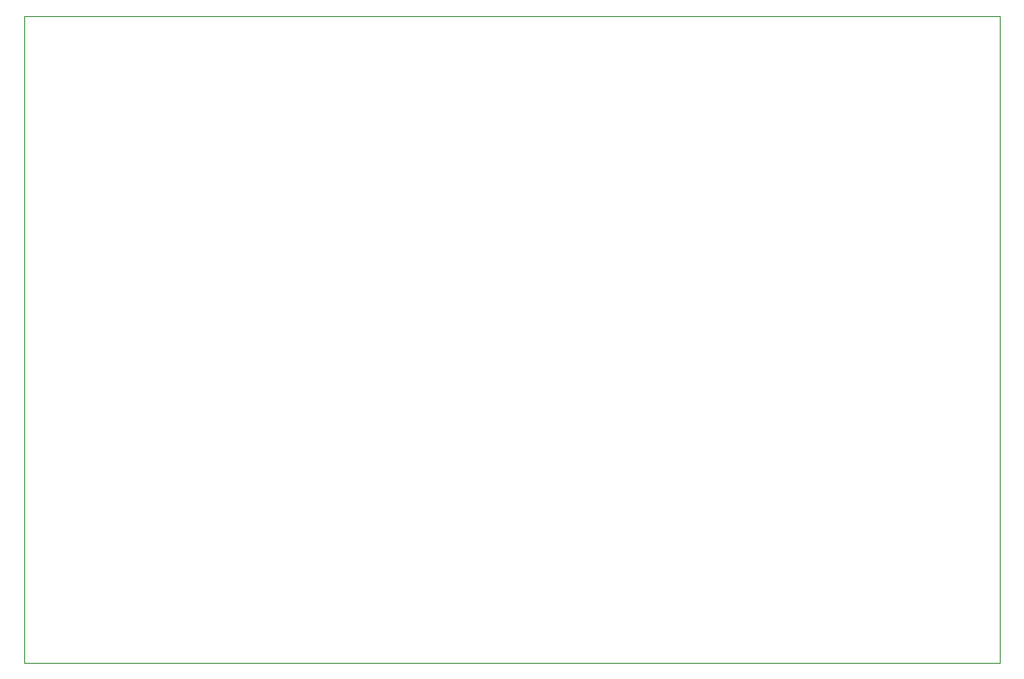
<source format=gbr>
%TF.GenerationSoftware,KiCad,Pcbnew,5.1.5+dfsg1-2build2*%
%TF.CreationDate,2021-04-17T13:08:46-03:00*%
%TF.ProjectId,miniShieldESP32,6d696e69-5368-4696-956c-644553503332,rev?*%
%TF.SameCoordinates,Original*%
%TF.FileFunction,Profile,NP*%
%FSLAX46Y46*%
G04 Gerber Fmt 4.6, Leading zero omitted, Abs format (unit mm)*
G04 Created by KiCad (PCBNEW 5.1.5+dfsg1-2build2) date 2021-04-17 13:08:46*
%MOMM*%
%LPD*%
G04 APERTURE LIST*
%TA.AperFunction,Profile*%
%ADD10C,0.050000*%
%TD*%
G04 APERTURE END LIST*
D10*
X90545000Y-106470000D02*
X115545000Y-106470000D01*
X90545000Y-45470000D02*
X90545000Y-106470000D01*
X115545000Y-45470000D02*
X90545000Y-45470000D01*
X182545000Y-106470000D02*
X115545000Y-106470000D01*
X182545000Y-105470000D02*
X182545000Y-106470000D01*
X182545000Y-45470000D02*
X182545000Y-105470000D01*
X181545000Y-45470000D02*
X182545000Y-45470000D01*
X115545000Y-45470000D02*
X118545000Y-45470000D01*
X181545000Y-45470000D02*
X118545000Y-45470000D01*
M02*

</source>
